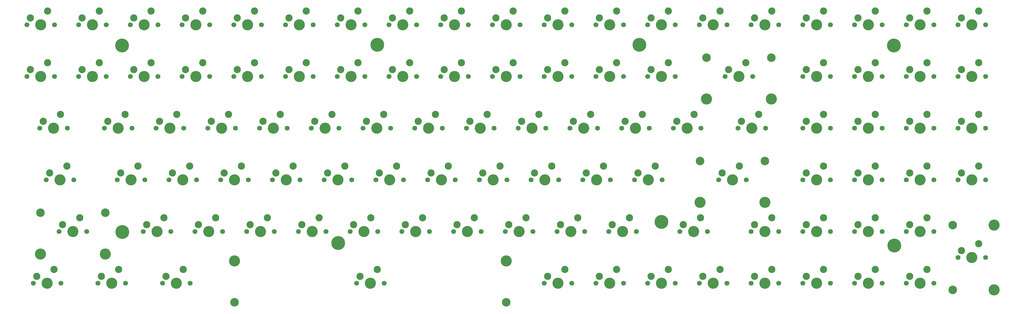
<source format=gts>
G04 #@! TF.GenerationSoftware,KiCad,Pcbnew,(5.99.0-1278-g350696ecd)*
G04 #@! TF.CreationDate,2020-05-04T20:37:44-07:00*
G04 #@! TF.ProjectId,Keyboard - 100 Key Custom,4b657962-6f61-4726-9420-2d2031303020,rev?*
G04 #@! TF.SameCoordinates,Original*
G04 #@! TF.FileFunction,Soldermask,Top*
G04 #@! TF.FilePolarity,Negative*
%FSLAX46Y46*%
G04 Gerber Fmt 4.6, Leading zero omitted, Abs format (unit mm)*
G04 Created by KiCad (PCBNEW (5.99.0-1278-g350696ecd)) date 2020-05-04 20:37:44*
%MOMM*%
%LPD*%
G01*
G04 APERTURE LIST*
%ADD10C,5.102000*%
%ADD11C,4.089800*%
%ADD12C,2.642000*%
%ADD13C,1.803800*%
%ADD14C,3.150000*%
G04 APERTURE END LIST*
D10*
X149350000Y-32750000D03*
X245850000Y-32750000D03*
X254000000Y-98000000D03*
X135000000Y-105750000D03*
X339750000Y-106680000D03*
X339600000Y-33000000D03*
X55500000Y-101750000D03*
X55350000Y-33000000D03*
D11*
X146825000Y-120621250D03*
D12*
X143015000Y-118081250D03*
X149365000Y-115541250D03*
D13*
X141745000Y-120621250D03*
X151905000Y-120621250D03*
D14*
X196863000Y-127606250D03*
X96787000Y-127606250D03*
D11*
X96787000Y-112366250D03*
X196863000Y-112366250D03*
X25381250Y-44421250D03*
D13*
X20301250Y-44421250D03*
X30461250Y-44421250D03*
D12*
X27921250Y-39341250D03*
X21571250Y-41881250D03*
D11*
X173018750Y-82521250D03*
D13*
X167938750Y-82521250D03*
X178098750Y-82521250D03*
D12*
X175558750Y-77441250D03*
X169208750Y-79981250D03*
D11*
X153968750Y-82521250D03*
D13*
X148888750Y-82521250D03*
X159048750Y-82521250D03*
D12*
X156508750Y-77441250D03*
X150158750Y-79981250D03*
D11*
X192068750Y-82521250D03*
D13*
X186988750Y-82521250D03*
X197148750Y-82521250D03*
D12*
X194608750Y-77441250D03*
X188258750Y-79981250D03*
D11*
X32525000Y-82521250D03*
D12*
X28715000Y-79981250D03*
X35065000Y-77441250D03*
D13*
X27445000Y-82521250D03*
X37605000Y-82521250D03*
D11*
X30143750Y-63471250D03*
D12*
X26333750Y-60931250D03*
X32683750Y-58391250D03*
D13*
X25063750Y-63471250D03*
X35223750Y-63471250D03*
D11*
X73006250Y-63471250D03*
D13*
X67926250Y-63471250D03*
X78086250Y-63471250D03*
D12*
X75546250Y-58391250D03*
X69196250Y-60931250D03*
D11*
X376536250Y-99158250D03*
X376536250Y-123034250D03*
D14*
X361296250Y-123034250D03*
X361296250Y-99158250D03*
D13*
X373361250Y-111096250D03*
X363201250Y-111096250D03*
D12*
X370821250Y-106016250D03*
X364471250Y-108556250D03*
D11*
X368281250Y-111096250D03*
X368281250Y-82521250D03*
D13*
X363201250Y-82521250D03*
X373361250Y-82521250D03*
D12*
X370821250Y-77441250D03*
X364471250Y-79981250D03*
D11*
X368281250Y-63471250D03*
D13*
X363201250Y-63471250D03*
X373361250Y-63471250D03*
D12*
X370821250Y-58391250D03*
X364471250Y-60931250D03*
D11*
X368281250Y-44421250D03*
D13*
X363201250Y-44421250D03*
X373361250Y-44421250D03*
D12*
X370821250Y-39341250D03*
X364471250Y-41881250D03*
D11*
X368281250Y-25371250D03*
D13*
X363201250Y-25371250D03*
X373361250Y-25371250D03*
D12*
X370821250Y-20291250D03*
X364471250Y-22831250D03*
D11*
X349231250Y-120621250D03*
D13*
X344151250Y-120621250D03*
X354311250Y-120621250D03*
D12*
X351771250Y-115541250D03*
X345421250Y-118081250D03*
D11*
X349231250Y-101571250D03*
D13*
X344151250Y-101571250D03*
X354311250Y-101571250D03*
D12*
X351771250Y-96491250D03*
X345421250Y-99031250D03*
D11*
X349231250Y-82521250D03*
D13*
X344151250Y-82521250D03*
X354311250Y-82521250D03*
D12*
X351771250Y-77441250D03*
X345421250Y-79981250D03*
D11*
X349231250Y-63471250D03*
D13*
X344151250Y-63471250D03*
X354311250Y-63471250D03*
D12*
X351771250Y-58391250D03*
X345421250Y-60931250D03*
D11*
X349231250Y-44421250D03*
D13*
X344151250Y-44421250D03*
X354311250Y-44421250D03*
D12*
X351771250Y-39341250D03*
X345421250Y-41881250D03*
D11*
X349231250Y-25371250D03*
D13*
X344151250Y-25371250D03*
X354311250Y-25371250D03*
D12*
X351771250Y-20291250D03*
X345421250Y-22831250D03*
D11*
X330181250Y-120621250D03*
D13*
X325101250Y-120621250D03*
X335261250Y-120621250D03*
D12*
X332721250Y-115541250D03*
X326371250Y-118081250D03*
D11*
X330181250Y-101571250D03*
D13*
X325101250Y-101571250D03*
X335261250Y-101571250D03*
D12*
X332721250Y-96491250D03*
X326371250Y-99031250D03*
D11*
X330181250Y-82521250D03*
D13*
X325101250Y-82521250D03*
X335261250Y-82521250D03*
D12*
X332721250Y-77441250D03*
X326371250Y-79981250D03*
D11*
X330181250Y-63471250D03*
D13*
X325101250Y-63471250D03*
X335261250Y-63471250D03*
D12*
X332721250Y-58391250D03*
X326371250Y-60931250D03*
D11*
X330181250Y-44421250D03*
D13*
X325101250Y-44421250D03*
X335261250Y-44421250D03*
D12*
X332721250Y-39341250D03*
X326371250Y-41881250D03*
D11*
X330181250Y-25371250D03*
D13*
X325101250Y-25371250D03*
X335261250Y-25371250D03*
D12*
X332721250Y-20291250D03*
X326371250Y-22831250D03*
D11*
X311131250Y-120621250D03*
D13*
X306051250Y-120621250D03*
X316211250Y-120621250D03*
D12*
X313671250Y-115541250D03*
X307321250Y-118081250D03*
D11*
X311131250Y-101571250D03*
D13*
X306051250Y-101571250D03*
X316211250Y-101571250D03*
D12*
X313671250Y-96491250D03*
X307321250Y-99031250D03*
D11*
X311131250Y-82521250D03*
D13*
X306051250Y-82521250D03*
X316211250Y-82521250D03*
D12*
X313671250Y-77441250D03*
X307321250Y-79981250D03*
D11*
X311131250Y-63471250D03*
D13*
X306051250Y-63471250D03*
X316211250Y-63471250D03*
D12*
X313671250Y-58391250D03*
X307321250Y-60931250D03*
D11*
X311131250Y-44421250D03*
D13*
X306051250Y-44421250D03*
X316211250Y-44421250D03*
D12*
X313671250Y-39341250D03*
X307321250Y-41881250D03*
D11*
X311131250Y-25371250D03*
D13*
X306051250Y-25371250D03*
X316211250Y-25371250D03*
D12*
X313671250Y-20291250D03*
X307321250Y-22831250D03*
D11*
X292081250Y-25371250D03*
D13*
X287001250Y-25371250D03*
X297161250Y-25371250D03*
D12*
X294621250Y-20291250D03*
X288271250Y-22831250D03*
D11*
X292081250Y-120621250D03*
D13*
X287001250Y-120621250D03*
X297161250Y-120621250D03*
D12*
X294621250Y-115541250D03*
X288271250Y-118081250D03*
D11*
X292081250Y-101571250D03*
D13*
X287001250Y-101571250D03*
X297161250Y-101571250D03*
D12*
X294621250Y-96491250D03*
X288271250Y-99031250D03*
D11*
X280175000Y-82521250D03*
D12*
X276365000Y-79981250D03*
X282715000Y-77441250D03*
D13*
X275095000Y-82521250D03*
X285255000Y-82521250D03*
D14*
X292113000Y-75536250D03*
X268237000Y-75536250D03*
D11*
X268237000Y-90776250D03*
X292113000Y-90776250D03*
X287318750Y-63471250D03*
D12*
X283508750Y-60931250D03*
X289858750Y-58391250D03*
D13*
X282238750Y-63471250D03*
X292398750Y-63471250D03*
D11*
X282556250Y-44421250D03*
D12*
X278746250Y-41881250D03*
X285096250Y-39341250D03*
D13*
X277476250Y-44421250D03*
X287636250Y-44421250D03*
D14*
X294494250Y-37436250D03*
X270618250Y-37436250D03*
D11*
X270618250Y-52676250D03*
X294494250Y-52676250D03*
X273031250Y-25371250D03*
D13*
X267951250Y-25371250D03*
X278111250Y-25371250D03*
D12*
X275571250Y-20291250D03*
X269221250Y-22831250D03*
D11*
X273031250Y-120621250D03*
D13*
X267951250Y-120621250D03*
X278111250Y-120621250D03*
D12*
X275571250Y-115541250D03*
X269221250Y-118081250D03*
D11*
X265887500Y-101571250D03*
D12*
X262077500Y-99031250D03*
X268427500Y-96491250D03*
D13*
X260807500Y-101571250D03*
X270967500Y-101571250D03*
D11*
X263506250Y-63471250D03*
D13*
X258426250Y-63471250D03*
X268586250Y-63471250D03*
D12*
X266046250Y-58391250D03*
X259696250Y-60931250D03*
D11*
X253981250Y-44421250D03*
D13*
X248901250Y-44421250D03*
X259061250Y-44421250D03*
D12*
X256521250Y-39341250D03*
X250171250Y-41881250D03*
D11*
X253981250Y-25371250D03*
D13*
X248901250Y-25371250D03*
X259061250Y-25371250D03*
D12*
X256521250Y-20291250D03*
X250171250Y-22831250D03*
D11*
X253981250Y-120621250D03*
D13*
X248901250Y-120621250D03*
X259061250Y-120621250D03*
D12*
X256521250Y-115541250D03*
X250171250Y-118081250D03*
D11*
X249218750Y-82521250D03*
D13*
X244138750Y-82521250D03*
X254298750Y-82521250D03*
D12*
X251758750Y-77441250D03*
X245408750Y-79981250D03*
D11*
X244456250Y-63471250D03*
D13*
X239376250Y-63471250D03*
X249536250Y-63471250D03*
D12*
X246996250Y-58391250D03*
X240646250Y-60931250D03*
D11*
X234931250Y-44421250D03*
D13*
X229851250Y-44421250D03*
X240011250Y-44421250D03*
D12*
X237471250Y-39341250D03*
X231121250Y-41881250D03*
D11*
X234931250Y-25371250D03*
D13*
X229851250Y-25371250D03*
X240011250Y-25371250D03*
D12*
X237471250Y-20291250D03*
X231121250Y-22831250D03*
D11*
X234931250Y-120621250D03*
D13*
X229851250Y-120621250D03*
X240011250Y-120621250D03*
D12*
X237471250Y-115541250D03*
X231121250Y-118081250D03*
D11*
X239693750Y-101571250D03*
D13*
X234613750Y-101571250D03*
X244773750Y-101571250D03*
D12*
X242233750Y-96491250D03*
X235883750Y-99031250D03*
D11*
X230168750Y-82521250D03*
D13*
X225088750Y-82521250D03*
X235248750Y-82521250D03*
D12*
X232708750Y-77441250D03*
X226358750Y-79981250D03*
D11*
X225406250Y-63471250D03*
D13*
X220326250Y-63471250D03*
X230486250Y-63471250D03*
D12*
X227946250Y-58391250D03*
X221596250Y-60931250D03*
D11*
X215881250Y-44421250D03*
D13*
X210801250Y-44421250D03*
X220961250Y-44421250D03*
D12*
X218421250Y-39341250D03*
X212071250Y-41881250D03*
D11*
X215881250Y-25371250D03*
D13*
X210801250Y-25371250D03*
X220961250Y-25371250D03*
D12*
X218421250Y-20291250D03*
X212071250Y-22831250D03*
D11*
X215881250Y-120621250D03*
D13*
X210801250Y-120621250D03*
X220961250Y-120621250D03*
D12*
X218421250Y-115541250D03*
X212071250Y-118081250D03*
D11*
X220643750Y-101571250D03*
D13*
X215563750Y-101571250D03*
X225723750Y-101571250D03*
D12*
X223183750Y-96491250D03*
X216833750Y-99031250D03*
D11*
X211118750Y-82521250D03*
D13*
X206038750Y-82521250D03*
X216198750Y-82521250D03*
D12*
X213658750Y-77441250D03*
X207308750Y-79981250D03*
D11*
X206356250Y-63471250D03*
D13*
X201276250Y-63471250D03*
X211436250Y-63471250D03*
D12*
X208896250Y-58391250D03*
X202546250Y-60931250D03*
D11*
X196831250Y-44421250D03*
D13*
X191751250Y-44421250D03*
X201911250Y-44421250D03*
D12*
X199371250Y-39341250D03*
X193021250Y-41881250D03*
D11*
X196831250Y-25371250D03*
D13*
X191751250Y-25371250D03*
X201911250Y-25371250D03*
D12*
X199371250Y-20291250D03*
X193021250Y-22831250D03*
D11*
X201593750Y-101571250D03*
D13*
X196513750Y-101571250D03*
X206673750Y-101571250D03*
D12*
X204133750Y-96491250D03*
X197783750Y-99031250D03*
D11*
X187306250Y-63471250D03*
D13*
X182226250Y-63471250D03*
X192386250Y-63471250D03*
D12*
X189846250Y-58391250D03*
X183496250Y-60931250D03*
D11*
X177781250Y-44421250D03*
D13*
X172701250Y-44421250D03*
X182861250Y-44421250D03*
D12*
X180321250Y-39341250D03*
X173971250Y-41881250D03*
D11*
X177781250Y-25371250D03*
D13*
X172701250Y-25371250D03*
X182861250Y-25371250D03*
D12*
X180321250Y-20291250D03*
X173971250Y-22831250D03*
D11*
X182543750Y-101571250D03*
D13*
X177463750Y-101571250D03*
X187623750Y-101571250D03*
D12*
X185083750Y-96491250D03*
X178733750Y-99031250D03*
D11*
X168256250Y-63471250D03*
D13*
X163176250Y-63471250D03*
X173336250Y-63471250D03*
D12*
X170796250Y-58391250D03*
X164446250Y-60931250D03*
D11*
X158731250Y-44421250D03*
D13*
X153651250Y-44421250D03*
X163811250Y-44421250D03*
D12*
X161271250Y-39341250D03*
X154921250Y-41881250D03*
D11*
X158731250Y-25371250D03*
D13*
X153651250Y-25371250D03*
X163811250Y-25371250D03*
D12*
X161271250Y-20291250D03*
X154921250Y-22831250D03*
D11*
X163493750Y-101571250D03*
D13*
X158413750Y-101571250D03*
X168573750Y-101571250D03*
D12*
X166033750Y-96491250D03*
X159683750Y-99031250D03*
D11*
X149206250Y-63471250D03*
D13*
X144126250Y-63471250D03*
X154286250Y-63471250D03*
D12*
X151746250Y-58391250D03*
X145396250Y-60931250D03*
D11*
X139681250Y-44421250D03*
D13*
X134601250Y-44421250D03*
X144761250Y-44421250D03*
D12*
X142221250Y-39341250D03*
X135871250Y-41881250D03*
D11*
X139681250Y-25371250D03*
D13*
X134601250Y-25371250D03*
X144761250Y-25371250D03*
D12*
X142221250Y-20291250D03*
X135871250Y-22831250D03*
D11*
X144443750Y-101571250D03*
D13*
X139363750Y-101571250D03*
X149523750Y-101571250D03*
D12*
X146983750Y-96491250D03*
X140633750Y-99031250D03*
D11*
X134918750Y-82521250D03*
D13*
X129838750Y-82521250D03*
X139998750Y-82521250D03*
D12*
X137458750Y-77441250D03*
X131108750Y-79981250D03*
D11*
X130156250Y-63471250D03*
D13*
X125076250Y-63471250D03*
X135236250Y-63471250D03*
D12*
X132696250Y-58391250D03*
X126346250Y-60931250D03*
D11*
X120631250Y-44421250D03*
D13*
X115551250Y-44421250D03*
X125711250Y-44421250D03*
D12*
X123171250Y-39341250D03*
X116821250Y-41881250D03*
D11*
X120631250Y-25371250D03*
D13*
X115551250Y-25371250D03*
X125711250Y-25371250D03*
D12*
X123171250Y-20291250D03*
X116821250Y-22831250D03*
D11*
X125393750Y-101571250D03*
D13*
X120313750Y-101571250D03*
X130473750Y-101571250D03*
D12*
X127933750Y-96491250D03*
X121583750Y-99031250D03*
D11*
X115868750Y-82521250D03*
D13*
X110788750Y-82521250D03*
X120948750Y-82521250D03*
D12*
X118408750Y-77441250D03*
X112058750Y-79981250D03*
D11*
X111106250Y-63471250D03*
D13*
X106026250Y-63471250D03*
X116186250Y-63471250D03*
D12*
X113646250Y-58391250D03*
X107296250Y-60931250D03*
D11*
X101581250Y-44421250D03*
D13*
X96501250Y-44421250D03*
X106661250Y-44421250D03*
D12*
X104121250Y-39341250D03*
X97771250Y-41881250D03*
D11*
X101581250Y-25371250D03*
D13*
X96501250Y-25371250D03*
X106661250Y-25371250D03*
D12*
X104121250Y-20291250D03*
X97771250Y-22831250D03*
D11*
X106343750Y-101571250D03*
D13*
X101263750Y-101571250D03*
X111423750Y-101571250D03*
D12*
X108883750Y-96491250D03*
X102533750Y-99031250D03*
D11*
X96818750Y-82521250D03*
D13*
X91738750Y-82521250D03*
X101898750Y-82521250D03*
D12*
X99358750Y-77441250D03*
X93008750Y-79981250D03*
D11*
X92056250Y-63471250D03*
D13*
X86976250Y-63471250D03*
X97136250Y-63471250D03*
D12*
X94596250Y-58391250D03*
X88246250Y-60931250D03*
D11*
X82531250Y-44421250D03*
D13*
X77451250Y-44421250D03*
X87611250Y-44421250D03*
D12*
X85071250Y-39341250D03*
X78721250Y-41881250D03*
D11*
X82531250Y-25371250D03*
D13*
X77451250Y-25371250D03*
X87611250Y-25371250D03*
D12*
X85071250Y-20291250D03*
X78721250Y-22831250D03*
D11*
X75387500Y-120621250D03*
D12*
X71577500Y-118081250D03*
X77927500Y-115541250D03*
D13*
X70307500Y-120621250D03*
X80467500Y-120621250D03*
D11*
X87293750Y-101571250D03*
D13*
X82213750Y-101571250D03*
X92373750Y-101571250D03*
D12*
X89833750Y-96491250D03*
X83483750Y-99031250D03*
D11*
X77768750Y-82521250D03*
D13*
X72688750Y-82521250D03*
X82848750Y-82521250D03*
D12*
X80308750Y-77441250D03*
X73958750Y-79981250D03*
D11*
X63481250Y-44421250D03*
D13*
X58401250Y-44421250D03*
X68561250Y-44421250D03*
D12*
X66021250Y-39341250D03*
X59671250Y-41881250D03*
D11*
X63481250Y-25371250D03*
D13*
X58401250Y-25371250D03*
X68561250Y-25371250D03*
D12*
X66021250Y-20291250D03*
X59671250Y-22831250D03*
D11*
X51575000Y-120621250D03*
D12*
X47765000Y-118081250D03*
X54115000Y-115541250D03*
D13*
X46495000Y-120621250D03*
X56655000Y-120621250D03*
D11*
X68243750Y-101571250D03*
D13*
X63163750Y-101571250D03*
X73323750Y-101571250D03*
D12*
X70783750Y-96491250D03*
X64433750Y-99031250D03*
D11*
X58718750Y-82521250D03*
D13*
X53638750Y-82521250D03*
X63798750Y-82521250D03*
D12*
X61258750Y-77441250D03*
X54908750Y-79981250D03*
D11*
X53956250Y-63471250D03*
D13*
X48876250Y-63471250D03*
X59036250Y-63471250D03*
D12*
X56496250Y-58391250D03*
X50146250Y-60931250D03*
D11*
X44431250Y-44421250D03*
D13*
X39351250Y-44421250D03*
X49511250Y-44421250D03*
D12*
X46971250Y-39341250D03*
X40621250Y-41881250D03*
D11*
X44431250Y-25371250D03*
D13*
X39351250Y-25371250D03*
X49511250Y-25371250D03*
D12*
X46971250Y-20291250D03*
X40621250Y-22831250D03*
D11*
X27762500Y-120621250D03*
D12*
X23952500Y-118081250D03*
X30302500Y-115541250D03*
D13*
X22682500Y-120621250D03*
X32842500Y-120621250D03*
D11*
X37287500Y-101571250D03*
D12*
X33477500Y-99031250D03*
X39827500Y-96491250D03*
D13*
X32207500Y-101571250D03*
X42367500Y-101571250D03*
D14*
X49225500Y-94586250D03*
X25349500Y-94586250D03*
D11*
X25349500Y-109826250D03*
X49225500Y-109826250D03*
X25381250Y-25371250D03*
D13*
X20301250Y-25371250D03*
X30461250Y-25371250D03*
D12*
X27921250Y-20291250D03*
X21571250Y-22831250D03*
M02*

</source>
